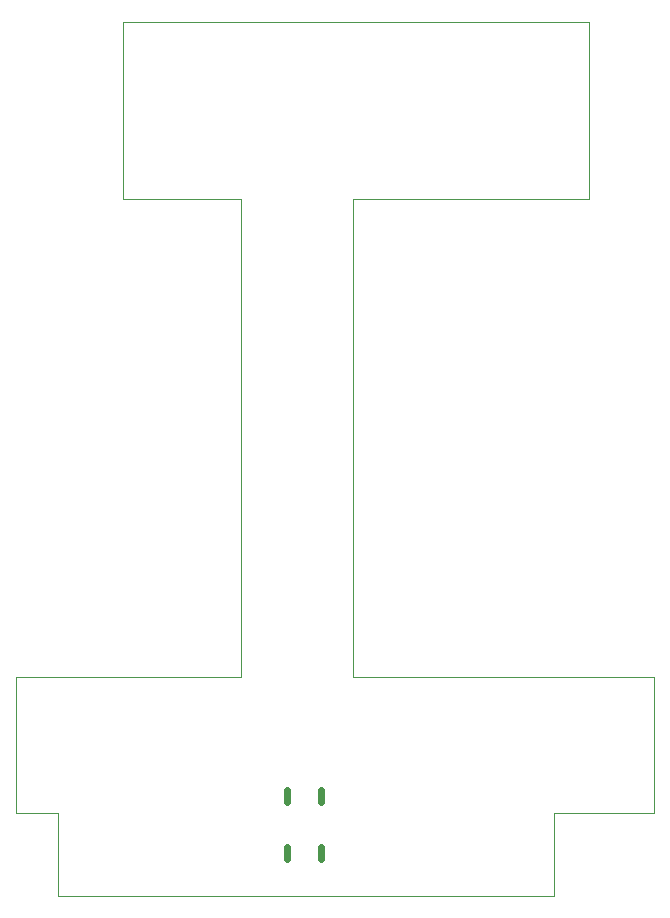
<source format=gbr>
%TF.GenerationSoftware,KiCad,Pcbnew,8.0.7*%
%TF.CreationDate,2024-12-26T00:03:12+08:00*%
%TF.ProjectId,The Button,54686520-4275-4747-946f-6e2e6b696361,rev?*%
%TF.SameCoordinates,Original*%
%TF.FileFunction,Profile,NP*%
%FSLAX46Y46*%
G04 Gerber Fmt 4.6, Leading zero omitted, Abs format (unit mm)*
G04 Created by KiCad (PCBNEW 8.0.7) date 2024-12-26 00:03:12*
%MOMM*%
%LPD*%
G01*
G04 APERTURE LIST*
%TA.AperFunction,Profile*%
%ADD10C,0.050000*%
%TD*%
%TA.AperFunction,Profile*%
%ADD11C,0.609600*%
%TD*%
G04 APERTURE END LIST*
D10*
X155500000Y-24000000D02*
X195000000Y-24000000D01*
X150000000Y-91000000D02*
X146500000Y-91000000D01*
X200500000Y-79500000D02*
X175000000Y-79500000D01*
X195000000Y-39000000D02*
X195000000Y-24000000D01*
X146500000Y-79500000D02*
X165500000Y-79500000D01*
X200500000Y-91000000D02*
X200500000Y-79500000D01*
X192000000Y-91000000D02*
X200500000Y-91000000D01*
X175000000Y-39000000D02*
X195000000Y-39000000D01*
X192000000Y-98000000D02*
X192000000Y-91000000D01*
X146500000Y-91000000D02*
X146500000Y-79500000D01*
X150000000Y-98000000D02*
X150000000Y-91000000D01*
X165500000Y-39000000D02*
X155500000Y-39000000D01*
X155500000Y-39000000D02*
X155500000Y-24000000D01*
X192000000Y-98000000D02*
X150000000Y-98000000D01*
X175000000Y-79500000D02*
X175000000Y-39000000D01*
X165500000Y-79500000D02*
X165500000Y-39000000D01*
D11*
%TO.C,J2*%
X169460000Y-90045299D02*
X169460000Y-89054699D01*
X169460000Y-94845299D02*
X169460000Y-93854699D01*
X172320000Y-90045298D02*
X172320000Y-89054698D01*
X172320000Y-94845299D02*
X172320000Y-93854699D01*
%TD*%
M02*

</source>
